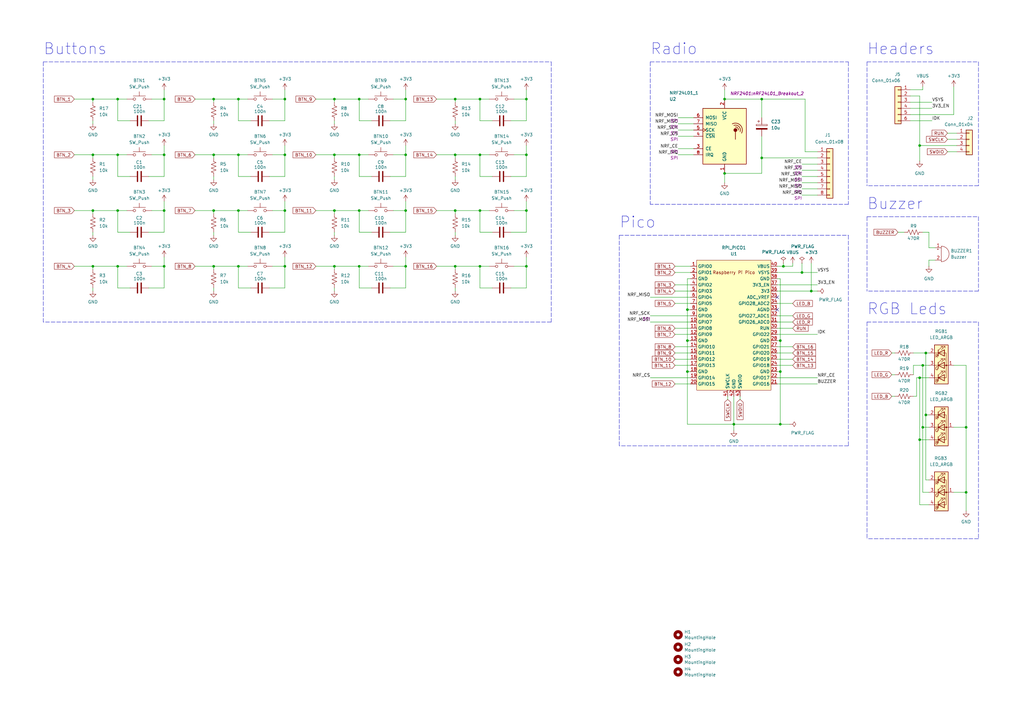
<source format=kicad_sch>
(kicad_sch (version 20231120) (generator "eeschema") (generator_version "8.0")
  (paper "A3")
  (title_block (title "RPi Pico Scoreboard Remote") (date "2024-09-18") (rev "1") (company "Smuggr"))
  (junction (at 312.42 64.77))
  (junction (at 116.84 109.22))
  (junction (at 378.46 149.86))
  (junction (at 67.31 86.36))
  (junction (at 320.04 152.4))
  (junction (at 38.1 86.36))
  (junction (at 379.73 170.18))
  (junction (at 320.04 139.7))
  (junction (at 48.26 63.5))
  (junction (at 320.04 173.99))
  (junction (at 48.26 109.22))
  (junction (at 116.84 63.5))
  (junction (at 137.16 63.5))
  (junction (at 328.93 111.76))
  (junction (at 379.73 144.78))
  (junction (at 196.85 40.64))
  (junction (at 186.69 63.5))
  (junction (at 166.37 86.36))
  (junction (at 38.1 109.22))
  (junction (at 137.16 109.22))
  (junction (at 67.31 63.5))
  (junction (at 377.19 59.69))
  (junction (at 215.9 86.36))
  (junction (at 378.46 175.26))
  (junction (at 116.84 40.64))
  (junction (at 38.1 40.64))
  (junction (at 396.24 201.93))
  (junction (at 97.79 40.64))
  (junction (at 377.19 154.94))
  (junction (at 166.37 63.5))
  (junction (at 215.9 109.22))
  (junction (at 377.19 180.34))
  (junction (at 166.37 109.22))
  (junction (at 87.63 109.22))
  (junction (at 67.31 109.22))
  (junction (at 87.63 86.36))
  (junction (at 147.32 63.5))
  (junction (at 215.9 63.5))
  (junction (at 332.74 119.38))
  (junction (at 147.32 86.36))
  (junction (at 215.9 40.64))
  (junction (at 166.37 40.64))
  (junction (at 396.24 175.26))
  (junction (at 281.94 139.7))
  (junction (at 97.79 86.36))
  (junction (at 87.63 40.64))
  (junction (at 281.94 127))
  (junction (at 137.16 86.36))
  (junction (at 186.69 86.36))
  (junction (at 97.79 109.22))
  (junction (at 297.18 40.64))
  (junction (at 48.26 86.36))
  (junction (at 87.63 63.5))
  (junction (at 196.85 109.22))
  (junction (at 147.32 109.22))
  (junction (at 38.1 63.5))
  (junction (at 186.69 109.22))
  (junction (at 321.31 109.22))
  (junction (at 281.94 152.4))
  (junction (at 116.84 86.36))
  (junction (at 300.99 173.99))
  (junction (at 48.26 40.64))
  (junction (at 297.18 71.12))
  (junction (at 137.16 40.64))
  (junction (at 196.85 86.36))
  (junction (at 67.31 40.64))
  (junction (at 147.32 40.64))
  (junction (at 196.85 63.5))
  (junction (at 97.79 63.5))
  (junction (at 312.42 40.64))
  (junction (at 186.69 40.64))
  (no_connect (at 318.77 121.92))
  (no_connect (at 318.77 127))
  (wire (pts (xy 328.93 67.31) (xy 335.28 67.31)))
  (wire (pts (xy 67.31 40.64) (xy 62.23 40.64)))
  (wire (pts (xy 160.02 72.39) (xy 166.37 72.39)))
  (wire (pts (xy 381 101.6) (xy 383.54 101.6)))
  (wire (pts (xy 67.31 82.55) (xy 67.31 86.36)))
  (wire (pts (xy 377.19 39.37) (xy 377.19 59.69)))
  (wire (pts (xy 377.19 180.34) (xy 377.19 154.94)))
  (wire (pts (xy 147.32 95.25) (xy 147.32 86.36)))
  (wire (pts (xy 129.54 63.5) (xy 137.16 63.5)))
  (wire (pts (xy 381 175.26) (xy 378.46 175.26)))
  (wire (pts (xy 116.84 82.55) (xy 116.84 86.36)))
  (wire (pts (xy 215.9 40.64) (xy 210.82 40.64)))
  (wire (pts (xy 160.02 49.53) (xy 166.37 49.53)))
  (wire (pts (xy 67.31 63.5) (xy 62.23 63.5)))
  (wire (pts (xy 80.01 86.36) (xy 87.63 86.36)))
  (wire (pts (xy 281.94 173.99) (xy 300.99 173.99)))
  (wire (pts (xy 87.63 40.64) (xy 97.79 40.64)))
  (wire (pts (xy 320.04 152.4) (xy 320.04 173.99)))
  (wire (pts (xy 318.77 144.78) (xy 325.12 144.78)))
  (wire (pts (xy 196.85 118.11) (xy 196.85 109.22)))
  (wire (pts (xy 365.76 153.67) (xy 367.03 153.67)))
  (wire (pts (xy 152.4 72.39) (xy 147.32 72.39)))
  (wire (pts (xy 48.26 40.64) (xy 52.07 40.64)))
  (polyline (pts (xy 347.98 96.52) (xy 347.98 182.88)) (stroke (width 0) (type dash)))
  (wire (pts (xy 179.07 109.22) (xy 186.69 109.22)))
  (wire (pts (xy 303.53 163.83) (xy 303.53 162.56)))
  (wire (pts (xy 38.1 95.25) (xy 38.1 96.52)))
  (wire (pts (xy 116.84 63.5) (xy 111.76 63.5)))
  (wire (pts (xy 373.38 44.45) (xy 382.27 44.45)))
  (wire (pts (xy 116.84 86.36) (xy 111.76 86.36)))
  (wire (pts (xy 97.79 86.36) (xy 101.6 86.36)))
  (wire (pts (xy 328.93 74.93) (xy 335.28 74.93)))
  (wire (pts (xy 137.16 64.77) (xy 137.16 63.5)))
  (wire (pts (xy 312.42 40.64) (xy 330.2 40.64)))
  (wire (pts (xy 330.2 62.23) (xy 335.28 62.23)))
  (wire (pts (xy 328.93 72.39) (xy 335.28 72.39)))
  (wire (pts (xy 201.93 72.39) (xy 196.85 72.39)))
  (wire (pts (xy 283.21 134.62) (xy 276.86 134.62)))
  (wire (pts (xy 278.13 63.5) (xy 284.48 63.5)))
  (wire (pts (xy 298.45 163.83) (xy 298.45 162.56)))
  (wire (pts (xy 53.34 72.39) (xy 48.26 72.39)))
  (wire (pts (xy 179.07 40.64) (xy 186.69 40.64)))
  (wire (pts (xy 137.16 49.53) (xy 137.16 50.8)))
  (wire (pts (xy 80.01 109.22) (xy 87.63 109.22)))
  (polyline (pts (xy 355.6 132.08) (xy 401.32 132.08)) (stroke (width 0) (type dash)))
  (wire (pts (xy 201.93 49.53) (xy 196.85 49.53)))
  (wire (pts (xy 102.87 118.11) (xy 97.79 118.11)))
  (wire (pts (xy 365.76 162.56) (xy 367.03 162.56)))
  (wire (pts (xy 328.93 80.01) (xy 335.28 80.01)))
  (wire (pts (xy 320.04 173.99) (xy 300.99 173.99)))
  (wire (pts (xy 87.63 41.91) (xy 87.63 40.64)))
  (wire (pts (xy 283.21 111.76) (xy 276.86 111.76)))
  (wire (pts (xy 97.79 109.22) (xy 101.6 109.22)))
  (wire (pts (xy 80.01 40.64) (xy 87.63 40.64)))
  (wire (pts (xy 281.94 114.3) (xy 281.94 127)))
  (wire (pts (xy 166.37 63.5) (xy 166.37 72.39)))
  (wire (pts (xy 87.63 64.77) (xy 87.63 63.5)))
  (wire (pts (xy 179.07 63.5) (xy 186.69 63.5)))
  (wire (pts (xy 179.07 86.36) (xy 186.69 86.36)))
  (wire (pts (xy 374.65 162.56) (xy 375.92 162.56)))
  (wire (pts (xy 283.21 137.16) (xy 276.86 137.16)))
  (wire (pts (xy 67.31 105.41) (xy 67.31 109.22)))
  (wire (pts (xy 281.94 152.4) (xy 283.21 152.4)))
  (wire (pts (xy 278.13 60.96) (xy 284.48 60.96)))
  (wire (pts (xy 110.49 118.11) (xy 116.84 118.11)))
  (wire (pts (xy 320.04 152.4) (xy 318.77 152.4)))
  (wire (pts (xy 281.94 139.7) (xy 283.21 139.7)))
  (wire (pts (xy 318.77 139.7) (xy 320.04 139.7)))
  (wire (pts (xy 332.74 119.38) (xy 318.77 119.38)))
  (wire (pts (xy 300.99 173.99) (xy 300.99 176.53)))
  (wire (pts (xy 152.4 95.25) (xy 147.32 95.25)))
  (wire (pts (xy 396.24 201.93) (xy 396.24 209.55)))
  (wire (pts (xy 97.79 95.25) (xy 97.79 86.36)))
  (wire (pts (xy 166.37 109.22) (xy 166.37 118.11)))
  (wire (pts (xy 38.1 118.11) (xy 38.1 119.38)))
  (wire (pts (xy 53.34 118.11) (xy 48.26 118.11)))
  (wire (pts (xy 320.04 173.99) (xy 323.85 173.99)))
  (wire (pts (xy 152.4 118.11) (xy 147.32 118.11)))
  (wire (pts (xy 297.18 71.12) (xy 312.42 71.12)))
  (wire (pts (xy 38.1 87.63) (xy 38.1 86.36)))
  (wire (pts (xy 60.96 72.39) (xy 67.31 72.39)))
  (wire (pts (xy 38.1 86.36) (xy 48.26 86.36)))
  (wire (pts (xy 147.32 63.5) (xy 151.13 63.5)))
  (wire (pts (xy 196.85 95.25) (xy 196.85 86.36)))
  (wire (pts (xy 396.24 201.93) (xy 391.16 201.93)))
  (wire (pts (xy 379.73 196.85) (xy 379.73 170.18)))
  (wire (pts (xy 186.69 72.39) (xy 186.69 73.66)))
  (wire (pts (xy 283.21 129.54) (xy 266.7 129.54)))
  (wire (pts (xy 129.54 40.64) (xy 137.16 40.64)))
  (polyline (pts (xy 17.78 25.4) (xy 226.06 25.4)) (stroke (width 0) (type dash)))
  (wire (pts (xy 137.16 118.11) (xy 137.16 119.38)))
  (wire (pts (xy 137.16 109.22) (xy 147.32 109.22)))
  (wire (pts (xy 325.12 109.22) (xy 325.12 107.95)))
  (wire (pts (xy 186.69 64.77) (xy 186.69 63.5)))
  (wire (pts (xy 186.69 41.91) (xy 186.69 40.64)))
  (wire (pts (xy 396.24 175.26) (xy 396.24 201.93)))
  (polyline (pts (xy 347.98 25.4) (xy 347.98 83.82)) (stroke (width 0) (type dash)))
  (polyline (pts (xy 226.06 132.08) (xy 17.78 132.08)) (stroke (width 0) (type dash)))
  (polyline (pts (xy 17.78 25.4) (xy 17.78 132.08)) (stroke (width 0) (type dash)))
  (wire (pts (xy 116.84 59.69) (xy 116.84 63.5)))
  (wire (pts (xy 186.69 63.5) (xy 196.85 63.5)))
  (wire (pts (xy 38.1 110.49) (xy 38.1 109.22)))
  (wire (pts (xy 368.3 95.25) (xy 370.84 95.25)))
  (wire (pts (xy 30.48 86.36) (xy 38.1 86.36)))
  (wire (pts (xy 374.65 149.86) (xy 378.46 149.86)))
  (wire (pts (xy 215.9 36.83) (xy 215.9 40.64)))
  (wire (pts (xy 186.69 86.36) (xy 196.85 86.36)))
  (wire (pts (xy 196.85 72.39) (xy 196.85 63.5)))
  (wire (pts (xy 87.63 86.36) (xy 97.79 86.36)))
  (wire (pts (xy 281.94 127) (xy 281.94 139.7)))
  (wire (pts (xy 67.31 63.5) (xy 67.31 72.39)))
  (wire (pts (xy 332.74 119.38) (xy 335.28 119.38)))
  (wire (pts (xy 318.77 157.48) (xy 335.28 157.48)))
  (wire (pts (xy 328.93 69.85) (xy 335.28 69.85)))
  (wire (pts (xy 377.19 59.69) (xy 392.43 59.69)))
  (wire (pts (xy 373.38 46.99) (xy 391.16 46.99)))
  (wire (pts (xy 278.13 55.88) (xy 284.48 55.88)))
  (wire (pts (xy 53.34 49.53) (xy 48.26 49.53)))
  (wire (pts (xy 388.62 54.61) (xy 392.43 54.61)))
  (wire (pts (xy 278.13 50.8) (xy 284.48 50.8)))
  (wire (pts (xy 300.99 162.56) (xy 300.99 173.99)))
  (wire (pts (xy 281.94 127) (xy 283.21 127)))
  (wire (pts (xy 166.37 40.64) (xy 166.37 49.53)))
  (wire (pts (xy 48.26 49.53) (xy 48.26 40.64)))
  (wire (pts (xy 318.77 137.16) (xy 335.28 137.16)))
  (wire (pts (xy 80.01 63.5) (xy 87.63 63.5)))
  (wire (pts (xy 137.16 87.63) (xy 137.16 86.36)))
  (wire (pts (xy 321.31 107.95) (xy 321.31 109.22)))
  (wire (pts (xy 67.31 40.64) (xy 67.31 49.53)))
  (wire (pts (xy 137.16 41.91) (xy 137.16 40.64)))
  (wire (pts (xy 97.79 49.53) (xy 97.79 40.64)))
  (wire (pts (xy 147.32 118.11) (xy 147.32 109.22)))
  (wire (pts (xy 318.77 116.84) (xy 335.28 116.84)))
  (wire (pts (xy 373.38 36.83) (xy 378.46 36.83)))
  (wire (pts (xy 278.13 53.34) (xy 284.48 53.34)))
  (wire (pts (xy 374.65 144.78) (xy 379.73 144.78)))
  (wire (pts (xy 137.16 86.36) (xy 147.32 86.36)))
  (wire (pts (xy 215.9 59.69) (xy 215.9 63.5)))
  (wire (pts (xy 110.49 49.53) (xy 116.84 49.53)))
  (wire (pts (xy 283.21 157.48) (xy 276.86 157.48)))
  (wire (pts (xy 186.69 95.25) (xy 186.69 96.52)))
  (wire (pts (xy 166.37 59.69) (xy 166.37 63.5)))
  (wire (pts (xy 318.77 132.08) (xy 325.12 132.08)))
  (polyline (pts (xy 347.98 83.82) (xy 266.7 83.82)) (stroke (width 0) (type dash)))
  (wire (pts (xy 116.84 40.64) (xy 111.76 40.64)))
  (wire (pts (xy 318.77 149.86) (xy 325.12 149.86)))
  (wire (pts (xy 378.46 201.93) (xy 378.46 175.26)))
  (wire (pts (xy 116.84 86.36) (xy 116.84 95.25)))
  (wire (pts (xy 379.73 144.78) (xy 381 144.78)))
  (wire (pts (xy 129.54 86.36) (xy 137.16 86.36)))
  (wire (pts (xy 116.84 36.83) (xy 116.84 40.64)))
  (wire (pts (xy 283.21 154.94) (xy 266.7 154.94)))
  (polyline (pts (xy 401.32 119.38) (xy 355.6 119.38)) (stroke (width 0) (type dash)))
  (wire (pts (xy 38.1 63.5) (xy 48.26 63.5)))
  (wire (pts (xy 283.21 147.32) (xy 276.86 147.32)))
  (wire (pts (xy 137.16 63.5) (xy 147.32 63.5)))
  (wire (pts (xy 87.63 63.5) (xy 97.79 63.5)))
  (wire (pts (xy 186.69 87.63) (xy 186.69 86.36)))
  (wire (pts (xy 196.85 109.22) (xy 200.66 109.22)))
  (wire (pts (xy 97.79 40.64) (xy 101.6 40.64)))
  (wire (pts (xy 186.69 110.49) (xy 186.69 109.22)))
  (wire (pts (xy 166.37 105.41) (xy 166.37 109.22)))
  (wire (pts (xy 166.37 63.5) (xy 161.29 63.5)))
  (wire (pts (xy 201.93 118.11) (xy 196.85 118.11)))
  (wire (pts (xy 116.84 105.41) (xy 116.84 109.22)))
  (polyline (pts (xy 401.32 88.9) (xy 401.32 119.38)) (stroke (width 0) (type dash)))
  (polyline (pts (xy 355.6 25.4) (xy 401.32 25.4)) (stroke (width 0) (type dash)))
  (wire (pts (xy 201.93 95.25) (xy 196.85 95.25)))
  (polyline (pts (xy 254 96.52) (xy 254 182.88)) (stroke (width 0) (type dash)))
  (wire (pts (xy 375.92 154.94) (xy 377.19 154.94)))
  (wire (pts (xy 320.04 114.3) (xy 318.77 114.3)))
  (wire (pts (xy 215.9 109.22) (xy 215.9 118.11)))
  (wire (pts (xy 196.85 40.64) (xy 200.66 40.64)))
  (wire (pts (xy 30.48 40.64) (xy 38.1 40.64)))
  (wire (pts (xy 215.9 86.36) (xy 210.82 86.36)))
  (polyline (pts (xy 355.6 88.9) (xy 355.6 119.38)) (stroke (width 0) (type dash)))
  (wire (pts (xy 166.37 86.36) (xy 166.37 95.25)))
  (wire (pts (xy 215.9 109.22) (xy 210.82 109.22)))
  (wire (pts (xy 215.9 105.41) (xy 215.9 109.22)))
  (wire (pts (xy 147.32 72.39) (xy 147.32 63.5)))
  (wire (pts (xy 278.13 48.26) (xy 284.48 48.26)))
  (wire (pts (xy 38.1 72.39) (xy 38.1 73.66)))
  (wire (pts (xy 87.63 95.25) (xy 87.63 96.52)))
  (wire (pts (xy 374.65 153.67) (xy 374.65 149.86)))
  (polyline (pts (xy 266.7 25.4) (xy 266.7 83.82)) (stroke (width 0) (type dash)))
  (wire (pts (xy 396.24 175.26) (xy 391.16 175.26)))
  (wire (pts (xy 283.21 121.92) (xy 266.7 121.92)))
  (wire (pts (xy 38.1 41.91) (xy 38.1 40.64)))
  (wire (pts (xy 53.34 95.25) (xy 48.26 95.25)))
  (polyline (pts (xy 254 96.52) (xy 347.98 96.52)) (stroke (width 0) (type dash)))
  (wire (pts (xy 137.16 40.64) (xy 147.32 40.64)))
  (wire (pts (xy 60.96 95.25) (xy 67.31 95.25)))
  (wire (pts (xy 381 170.18) (xy 379.73 170.18)))
  (polyline (pts (xy 226.06 25.4) (xy 226.06 132.08)) (stroke (width 0) (type dash)))
  (wire (pts (xy 48.26 86.36) (xy 52.07 86.36)))
  (wire (pts (xy 48.26 63.5) (xy 52.07 63.5)))
  (wire (pts (xy 67.31 36.83) (xy 67.31 40.64)))
  (wire (pts (xy 318.77 142.24) (xy 325.12 142.24)))
  (wire (pts (xy 215.9 40.64) (xy 215.9 49.53)))
  (wire (pts (xy 116.84 109.22) (xy 111.76 109.22)))
  (wire (pts (xy 215.9 63.5) (xy 210.82 63.5)))
  (wire (pts (xy 373.38 41.91) (xy 382.27 41.91)))
  (wire (pts (xy 67.31 109.22) (xy 67.31 118.11)))
  (wire (pts (xy 38.1 40.64) (xy 48.26 40.64)))
  (wire (pts (xy 186.69 49.53) (xy 186.69 50.8)))
  (wire (pts (xy 209.55 95.25) (xy 215.9 95.25)))
  (wire (pts (xy 377.19 59.69) (xy 377.19 66.04)))
  (wire (pts (xy 283.21 109.22) (xy 276.86 109.22)))
  (wire (pts (xy 388.62 57.15) (xy 392.43 57.15)))
  (wire (pts (xy 215.9 86.36) (xy 215.9 95.25)))
  (polyline (pts (xy 401.32 220.98) (xy 355.6 220.98)) (stroke (width 0) (type dash)))
  (wire (pts (xy 365.76 144.78) (xy 367.03 144.78)))
  (wire (pts (xy 373.38 39.37) (xy 377.19 39.37)))
  (wire (pts (xy 166.37 82.55) (xy 166.37 86.36)))
  (wire (pts (xy 281.94 152.4) (xy 281.94 139.7)))
  (wire (pts (xy 318.77 154.94) (xy 335.28 154.94)))
  (wire (pts (xy 318.77 109.22) (xy 321.31 109.22)))
  (wire (pts (xy 391.16 46.99) (xy 391.16 35.56)))
  (wire (pts (xy 48.26 118.11) (xy 48.26 109.22)))
  (wire (pts (xy 283.21 149.86) (xy 276.86 149.86)))
  (polyline (pts (xy 401.32 76.2) (xy 355.6 76.2)) (stroke (width 0) (type dash)))
  (wire (pts (xy 328.93 107.95) (xy 328.93 111.76)))
  (wire (pts (xy 160.02 118.11) (xy 166.37 118.11)))
  (wire (pts (xy 116.84 40.64) (xy 116.84 49.53)))
  (wire (pts (xy 377.19 154.94) (xy 381 154.94)))
  (wire (pts (xy 186.69 40.64) (xy 196.85 40.64)))
  (wire (pts (xy 381 196.85) (xy 379.73 196.85)))
  (wire (pts (xy 377.19 180.34) (xy 381 180.34)))
  (wire (pts (xy 147.32 40.64) (xy 151.13 40.64)))
  (wire (pts (xy 102.87 72.39) (xy 97.79 72.39)))
  (wire (pts (xy 215.9 82.55) (xy 215.9 86.36)))
  (wire (pts (xy 102.87 95.25) (xy 97.79 95.25)))
  (wire (pts (xy 60.96 118.11) (xy 67.31 118.11)))
  (wire (pts (xy 160.02 95.25) (xy 166.37 95.25)))
  (wire (pts (xy 48.26 72.39) (xy 48.26 63.5)))
  (wire (pts (xy 87.63 118.11) (xy 87.63 119.38)))
  (wire (pts (xy 147.32 86.36) (xy 151.13 86.36)))
  (polyline (pts (xy 355.6 88.9) (xy 401.32 88.9)) (stroke (width 0) (type dash)))
  (wire (pts (xy 67.31 86.36) (xy 67.31 95.25)))
  (polyline (pts (xy 347.98 182.88) (xy 254 182.88)) (stroke (width 0) (type dash)))
  (polyline (pts (xy 355.6 132.08) (xy 355.6 220.98)) (stroke (width 0) (type dash)))
  (wire (pts (xy 30.48 109.22) (xy 38.1 109.22)))
  (wire (pts (xy 116.84 63.5) (xy 116.84 72.39)))
  (wire (pts (xy 152.4 49.53) (xy 147.32 49.53)))
  (wire (pts (xy 196.85 63.5) (xy 200.66 63.5)))
  (wire (pts (xy 67.31 86.36) (xy 62.23 86.36)))
  (wire (pts (xy 166.37 86.36) (xy 161.29 86.36)))
  (wire (pts (xy 328.93 77.47) (xy 335.28 77.47)))
  (wire (pts (xy 209.55 72.39) (xy 215.9 72.39)))
  (wire (pts (xy 276.86 116.84) (xy 283.21 116.84)))
  (polyline (pts (xy 401.32 25.4) (xy 401.32 76.2)) (stroke (width 0) (type dash)))
  (wire (pts (xy 283.21 132.08) (xy 266.7 132.08)))
  (wire (pts (xy 137.16 72.39) (xy 137.16 73.66)))
  (wire (pts (xy 381 101.6) (xy 381 95.25)))
  (polyline (pts (xy 401.32 132.08) (xy 401.32 220.98)) (stroke (width 0) (type dash)))
  (wire (pts (xy 330.2 40.64) (xy 330.2 62.23)))
  (wire (pts (xy 102.87 49.53) (xy 97.79 49.53)))
  (wire (pts (xy 281.94 114.3) (xy 283.21 114.3)))
  (wire (pts (xy 381 207.01) (xy 377.19 207.01)))
  (wire (pts (xy 312.42 64.77) (xy 312.42 55.88)))
  (wire (pts (xy 297.18 40.64) (xy 312.42 40.64)))
  (wire (pts (xy 381 201.93) (xy 378.46 201.93)))
  (polyline (pts (xy 266.7 25.4) (xy 347.98 25.4)) (stroke (width 0) (type dash)))
  (wire (pts (xy 396.24 149.86) (xy 396.24 175.26)))
  (wire (pts (xy 97.79 118.11) (xy 97.79 109.22)))
  (wire (pts (xy 87.63 49.53) (xy 87.63 50.8)))
  (wire (pts (xy 186.69 109.22) (xy 196.85 109.22)))
  (wire (pts (xy 276.86 119.38) (xy 283.21 119.38)))
  (wire (pts (xy 110.49 72.39) (xy 116.84 72.39)))
  (wire (pts (xy 48.26 95.25) (xy 48.26 86.36)))
  (wire (pts (xy 215.9 63.5) (xy 215.9 72.39)))
  (wire (pts (xy 312.42 64.77) (xy 335.28 64.77)))
  (wire (pts (xy 283.21 142.24) (xy 276.86 142.24)))
  (wire (pts (xy 332.74 107.95) (xy 332.74 119.38)))
  (wire (pts (xy 318.77 129.54) (xy 325.12 129.54)))
  (wire (pts (xy 87.63 72.39) (xy 87.63 73.66)))
  (wire (pts (xy 166.37 109.22) (xy 161.29 109.22)))
  (wire (pts (xy 87.63 87.63) (xy 87.63 86.36)))
  (wire (pts (xy 320.04 114.3) (xy 320.04 139.7)))
  (wire (pts (xy 48.26 109.22) (xy 52.07 109.22)))
  (wire (pts (xy 97.79 72.39) (xy 97.79 63.5)))
  (wire (pts (xy 60.96 49.53) (xy 67.31 49.53)))
  (wire (pts (xy 209.55 118.11) (xy 215.9 118.11)))
  (wire (pts (xy 297.18 36.83) (xy 297.18 40.64)))
  (wire (pts (xy 116.84 109.22) (xy 116.84 118.11)))
  (wire (pts (xy 67.31 109.22) (xy 62.23 109.22)))
  (wire (pts (xy 196.85 49.53) (xy 196.85 40.64)))
  (wire (pts (xy 388.62 62.23) (xy 392.43 62.23)))
  (wire (pts (xy 396.24 149.86) (xy 391.16 149.86)))
  (wire (pts (xy 377.19 207.01) (xy 377.19 180.34)))
  (wire (pts (xy 381 95.25) (xy 378.46 95.25)))
  (polyline (pts (xy 355.6 25.4) (xy 355.6 76.2)) (stroke (width 0) (type dash)))
  (wire (pts (xy 312.42 40.64) (xy 312.42 48.26)))
  (wire (pts (xy 166.37 36.83) (xy 166.37 40.64)))
  (wire (pts (xy 379.73 170.18) (xy 379.73 144.78)))
  (wire (pts (xy 186.69 118.11) (xy 186.69 119.38)))
  (wire (pts (xy 378.46 35.56) (xy 378.46 36.83)))
  (wire (pts (xy 196.85 86.36) (xy 200.66 86.36)))
  (wire (pts (xy 283.21 144.78) (xy 276.86 144.78)))
  (wire (pts (xy 87.63 109.22) (xy 97.79 109.22)))
  (wire (pts (xy 373.38 49.53) (xy 382.27 49.53)))
  (wire (pts (xy 297.18 71.12) (xy 297.18 74.93)))
  (wire (pts (xy 318.77 147.32) (xy 325.12 147.32)))
  (wire (pts (xy 147.32 49.53) (xy 147.32 40.64)))
  (wire (pts (xy 38.1 64.77) (xy 38.1 63.5)))
  (wire (pts (xy 147.32 109.22) (xy 151.13 109.22)))
  (wire (pts (xy 87.63 110.49) (xy 87.63 109.22)))
  (wire (pts (xy 209.55 49.53) (xy 215.9 49.53)))
  (wire (pts (xy 383.54 106.68) (xy 381 106.68)))
  (wire (pts (xy 30.48 63.5) (xy 38.1 63.5)))
  (wire (pts (xy 318.77 111.76) (xy 328.93 111.76)))
  (wire (pts (xy 281.94 152.4) (xy 281.94 173.99)))
  (wire (pts (xy 318.77 124.46) (xy 325.12 124.46)))
  (wire (pts (xy 320.04 139.7) (xy 320.04 152.4)))
  (wire (pts (xy 375.92 162.56) (xy 375.92 154.94)))
  (wire (pts (xy 97.79 63.5) (xy 101.6 63.5)))
  (wire (pts (xy 381 106.68) (xy 381 109.22)))
  (wire (pts (xy 137.16 95.25) (xy 137.16 96.52)))
  (wire (pts (xy 137.16 110.49) (xy 137.16 109.22)))
  (wire (pts (xy 38.1 109.22) (xy 48.26 109.22)))
  (wire (pts (xy 312.42 71.12) (xy 312.42 64.77)))
  (wire (pts (xy 378.46 175.26) (xy 378.46 149.86)))
  (wire (pts (xy 110.49 95.25) (xy 116.84 95.25)))
  (wire (pts (xy 321.31 109.22) (xy 325.12 109.22)))
  (wire (pts (xy 318.77 134.62) (xy 325.12 134.62)))
  (wire (pts (xy 129.54 109.22) (xy 137.16 109.22)))
  (wire (pts (xy 283.21 124.46) (xy 276.86 124.46)))
  (wire (pts (xy 38.1 49.53) (xy 38.1 50.8)))
  (wire (pts (xy 67.31 59.69) (xy 67.31 63.5)))
  (wire (pts (xy 328.93 111.76) (xy 335.28 111.76)))
  (wire (pts (xy 378.46 149.86) (xy 381 149.86)))
  (wire (pts (xy 166.37 40.64) (xy 161.29 40.64)))
  (text "Buzzer" (at 355.6 86.36 0) (effects (font (size 4.572 4.572)) (justify left bottom)))
  (text "Radio" (at 266.7 22.86 0) (effects (font (size 4.572 4.572)) (justify left bottom)))
  (text "Buttons" (at 17.78 22.86 0) (effects (font (size 4.572 4.572)) (justify left bottom)))
  (text "Pico" (at 254 93.98 0) (effects (font (size 4.572 4.572)) (justify left bottom)))
  (text "Headers" (at 355.6 22.86 0) (effects (font (size 4.572 4.572)) (justify left bottom)))
  (text "RGB Leds" (at 355.6 129.54 0) (effects (font (size 4.572 4.572)) (justify left bottom)))
  (label "NRF_CE" (at 328.93 67.31 180) (property "Netclass" "SPI" (at 328.93 68.58 0) (effects (font (italic yes)) (justify right))))
  (label "NRF_CS" (at 328.93 69.85 180) (property "Netclass" "SPI" (at 328.93 71.12 0) (effects (font (italic yes)) (justify right))))
  (label "NRF_MOSI" (at 328.93 74.93 180) (property "Netclass" "SPI" (at 328.93 76.2 0) (effects (font (italic yes)) (justify right))))
  (label "VSYS" (at 335.28 111.76 0) (property "Netclass" "+3V3" (effects (hide yes))))
  (label "3V3_EN" (at 335.28 116.84 0) (property "Netclass" "+3V3" (effects (hide yes))))
  (label "3V3_EN" (at 382.27 44.45 0))
  (label "NRF_SCK" (at 328.93 72.39 180) (property "Netclass" "SPI" (at 328.93 73.66 0) (effects (font (italic yes)) (justify right))))
  (label "NRF_MISO" (at 266.7 121.92 180) (property "Netclass" "SPI" (effects (hide yes))))
  (label "NRF_CE" (at 278.13 60.96 180) (property "Netclass" "SPI" (at 278.13 62.23 0) (effects (font (italic yes)) (justify right))))
  (label "NRF_CS" (at 278.13 55.88 180) (property "Netclass" "SPI" (at 278.13 57.15 0) (effects (font (italic yes)) (justify right))))
  (label "IDK" (at 335.28 137.16 0) (property "Netclass" "PERIPH" (effects (hide yes))))
  (label "NRF_CE" (at 335.28 154.94 0) (property "Netclass" "SPI" (effects (hide yes))))
  (label "NRF_MOSI" (at 278.13 48.26 180) (property "Netclass" "SPI" (at 278.13 49.53 0) (effects (font (italic yes)) (justify right))))
  (label "BUZZER" (at 335.28 157.48 0) (property "Netclass" "PERIPH" (effects (hide yes))))
  (label "NRF_MISO" (at 328.93 77.47 180) (property "Netclass" "SPI" (at 328.93 78.74 0) (effects (font (italic yes)) (justify right))))
  (label "IDK" (at 382.27 49.53 0) (property "Netclass" "PERIPH" (effects (hide yes))))
  (label "NRF_IRQ" (at 328.93 80.01 180) (property "Netclass" "SPI" (at 328.93 81.28 0) (effects (font (italic yes)) (justify right))))
  (label "NRF_MISO" (at 278.13 50.8 180) (property "Netclass" "SPI" (at 278.13 52.07 0) (effects (font (italic yes)) (justify right))))
  (label "NRF_SCK" (at 266.7 129.54 180) (property "Netclass" "SPI" (at 266.7 130.81 0) (effects (font (italic yes)) (justify right))))
  (label "NRF_IRQ" (at 278.13 63.5 180) (property "Netclass" "SPI" (at 278.13 64.77 0) (effects (font (italic yes)) (justify right))))
  (label "VSYS" (at 382.27 41.91 0))
  (label "NRF_MOSI" (at 266.7 132.08 180) (property "Netclass" "SPI" (effects (hide yes))))
  (label "NRF_CS" (at 266.7 154.94 180) (property "Netclass" "SPI" (effects (hide yes))))
  (label "NRF_SCK" (at 278.13 53.34 180) (property "Netclass" "SPI" (at 278.13 54.61 0) (effects (font (italic yes)) (justify right))))
  (global_label "BTN_3" (shape input) (at 30.48 86.36 180) (property "Intersheetrefs" "${INTERSHEET_REFS}" (effects (hide yes))))
  (global_label "SWCLK" (shape input) (at 388.62 57.15 180) (property "Intersheetrefs" "${INTERSHEET_REFS}" (effects (hide yes))))
  (global_label "BTN_15" (shape input) (at 325.12 144.78 0) (property "Intersheetrefs" "${INTERSHEET_REFS}" (effects (hide yes))) (property "Netclass" "BTN" (effects (hide yes))))
  (global_label "BTN_7" (shape input) (at 276.86 137.16 180) (property "Intersheetrefs" "${INTERSHEET_REFS}" (effects (hide yes))) (property "Netclass" "BTN" (effects (hide yes))))
  (global_label "BTN_11" (shape input) (at 276.86 149.86 180) (property "Intersheetrefs" "${INTERSHEET_REFS}" (effects (hide yes))) (property "Netclass" "BTN" (effects (hide yes))))
  (global_label "BTN_7" (shape input) (at 80.01 86.36 180) (property "Intersheetrefs" "${INTERSHEET_REFS}" (effects (hide yes))))
  (global_label "BTN_13" (shape input) (at 179.07 40.64 180) (property "Intersheetrefs" "${INTERSHEET_REFS}" (effects (hide yes))))
  (global_label "BTN_4" (shape input) (at 276.86 119.38 180) (property "Intersheetrefs" "${INTERSHEET_REFS}" (effects (hide yes))) (property "Netclass" "BTN" (effects (hide yes))))
  (global_label "BTN_6" (shape input) (at 276.86 134.62 180) (property "Intersheetrefs" "${INTERSHEET_REFS}" (effects (hide yes))) (property "Netclass" "BTN" (effects (hide yes))))
  (global_label "BTN_9" (shape input) (at 129.54 40.64 180) (property "Intersheetrefs" "${INTERSHEET_REFS}" (effects (hide yes))))
  (global_label "BTN_16" (shape input) (at 179.07 109.22 180) (property "Intersheetrefs" "${INTERSHEET_REFS}" (effects (hide yes))))
  (global_label "BTN_2" (shape input) (at 276.86 111.76 180) (property "Intersheetrefs" "${INTERSHEET_REFS}" (effects (hide yes))) (property "Netclass" "BTN" (effects (hide yes))))
  (global_label "BTN_6" (shape input) (at 80.01 63.5 180) (property "Intersheetrefs" "${INTERSHEET_REFS}" (effects (hide yes))))
  (global_label "BTN_14" (shape input) (at 325.12 147.32 0) (property "Intersheetrefs" "${INTERSHEET_REFS}" (effects (hide yes))) (property "Netclass" "BTN" (effects (hide yes))))
  (global_label "LED_B" (shape input) (at 325.12 124.46 0) (property "Intersheetrefs" "${INTERSHEET_REFS}" (effects (hide yes))) (property "Netclass" "PERIPH" (effects (hide yes))))
  (global_label "BTN_14" (shape input) (at 179.07 63.5 180) (property "Intersheetrefs" "${INTERSHEET_REFS}" (effects (hide yes))))
  (global_label "BTN_1" (shape input) (at 30.48 40.64 180) (property "Intersheetrefs" "${INTERSHEET_REFS}" (effects (hide yes))) (property "Netclass" "BTN" (effects (hide yes))))
  (global_label "BTN_15" (shape input) (at 179.07 86.36 180) (property "Intersheetrefs" "${INTERSHEET_REFS}" (effects (hide yes))))
  (global_label "BTN_13" (shape input) (at 325.12 149.86 0) (property "Intersheetrefs" "${INTERSHEET_REFS}" (effects (hide yes))) (property "Netclass" "BTN" (effects (hide yes))))
  (global_label "BTN_10" (shape input) (at 276.86 147.32 180) (property "Intersheetrefs" "${INTERSHEET_REFS}" (effects (hide yes))) (property "Netclass" "BTN" (effects (hide yes))))
  (global_label "BTN_9" (shape input) (at 276.86 144.78 180) (property "Intersheetrefs" "${INTERSHEET_REFS}" (effects (hide yes))) (property "Netclass" "BTN" (effects (hide yes))))
  (global_label "BTN_1" (shape input) (at 276.86 109.22 180) (property "Intersheetrefs" "${INTERSHEET_REFS}" (effects (hide yes))) (property "Netclass" "BTN" (effects (hide yes))))
  (global_label "LED_R" (shape input) (at 365.76 144.78 180) (property "Intersheetrefs" "${INTERSHEET_REFS}" (effects (hide yes))) (property "Netclass" "PERIPH" (effects (hide yes))))
  (global_label "LED_G" (shape input) (at 365.76 153.67 180) (property "Intersheetrefs" "${INTERSHEET_REFS}" (effects (hide yes))) (property "Netclass" "PERIPH" (effects (hide yes))))
  (global_label "BTN_12" (shape input) (at 129.54 109.22 180) (property "Intersheetrefs" "${INTERSHEET_REFS}" (effects (hide yes))))
  (global_label "RUN" (shape input) (at 325.12 134.62 0) (property "Intersheetrefs" "${INTERSHEET_REFS}" (effects (hide yes))))
  (global_label "SWDIO" (shape input) (at 303.53 163.83 270) (property "Intersheetrefs" "${INTERSHEET_REFS}" (effects (hide yes))))
  (global_label "BTN_2" (shape input) (at 30.48 63.5 180) (property "Intersheetrefs" "${INTERSHEET_REFS}" (effects (hide yes))))
  (global_label "BTN_8" (shape input) (at 80.01 109.22 180) (property "Intersheetrefs" "${INTERSHEET_REFS}" (effects (hide yes))))
  (global_label "BTN_10" (shape input) (at 129.54 63.5 180) (property "Intersheetrefs" "${INTERSHEET_REFS}" (effects (hide yes))))
  (global_label "LED_R" (shape input) (at 325.12 132.08 0) (property "Intersheetrefs" "${INTERSHEET_REFS}" (effects (hide yes))) (property "Netclass" "PERIPH" (effects (hide yes))))
  (global_label "BTN_4" (shape input) (at 30.48 109.22 180) (property "Intersheetrefs" "${INTERSHEET_REFS}" (effects (hide yes))))
  (global_label "BTN_5" (shape input) (at 276.86 124.46 180) (property "Intersheetrefs" "${INTERSHEET_REFS}" (effects (hide yes))) (property "Netclass" "BTN" (effects (hide yes))))
  (global_label "BTN_12" (shape input) (at 276.86 157.48 180) (property "Intersheetrefs" "${INTERSHEET_REFS}" (effects (hide yes))) (property "Netclass" "BTN" (effects (hide yes))))
  (global_label "SWCLK" (shape input) (at 298.45 163.83 270) (property "Intersheetrefs" "${INTERSHEET_REFS}" (effects (hide yes))))
  (global_label "BUZZER" (shape input) (at 368.3 95.25 180) (property "Intersheetrefs" "${INTERSHEET_REFS}" (effects (hide yes))) (property "Netclass" "PERIPH" (effects (hide yes))))
  (global_label "BTN_3" (shape input) (at 276.86 116.84 180) (property "Intersheetrefs" "${INTERSHEET_REFS}" (effects (hide yes))) (property "Netclass" "BTN" (effects (hide yes))))
  (global_label "BTN_8" (shape input) (at 276.86 142.24 180) (property "Intersheetrefs" "${INTERSHEET_REFS}" (effects (hide yes))) (property "Netclass" "BTN" (effects (hide yes))))
  (global_label "BTN_16" (shape input) (at 325.12 142.24 0) (property "Intersheetrefs" "${INTERSHEET_REFS}" (effects (hide yes))) (property "Netclass" "BTN" (effects (hide yes))))
  (global_label "BTN_11" (shape input) (at 129.54 86.36 180) (property "Intersheetrefs" "${INTERSHEET_REFS}" (effects (hide yes))))
  (global_label "LED_B" (shape input) (at 365.76 162.56 180) (property "Intersheetrefs" "${INTERSHEET_REFS}" (effects (hide yes))) (property "Netclass" "PERIPH" (effects (hide yes))))
  (global_label "BTN_5" (shape input) (at 80.01 40.64 180) (property "Intersheetrefs" "${INTERSHEET_REFS}" (effects (hide yes))))
  (global_label "SWDIO" (shape input) (at 388.62 62.23 180) (property "Intersheetrefs" "${INTERSHEET_REFS}" (effects (hide yes))))
  (global_label "RUN" (shape input) (at 388.62 54.61 180) (property "Intersheetrefs" "${INTERSHEET_REFS}" (effects (hide yes))))
  (global_label "LED_G" (shape input) (at 325.12 129.54 0) (property "Intersheetrefs" "${INTERSHEET_REFS}" (effects (hide yes))) (property "Netclass" "PERIPH" (effects (hide yes))))
  (symbol (lib_id "Mechanical:MountingHole") (at 278.13 260.35 0) (unit 1)
    (property "Reference" "H1" (at 280.67 259.1816 0) (effects (justify left)))
    (property "Value" "MountingHole" (at 280.67 261.493 0) (effects (justify left)))
    (property "Footprint" "MountingHole:MountingHole_2.7mm_Pad_TopBottom" (effects (hide yes)))
  )
  (symbol (lib_id "Mechanical:MountingHole") (at 278.13 265.43 0) (unit 1)
    (property "Reference" "H2" (at 280.67 264.2616 0) (effects (justify left)))
    (property "Value" "MountingHole" (at 280.67 266.573 0) (effects (justify left)))
    (property "Footprint" "MountingHole:MountingHole_2.7mm_Pad_TopBottom" (effects (hide yes)))
  )
  (symbol (lib_id "Mechanical:MountingHole") (at 278.13 270.51 0) (unit 1)
    (property "Reference" "H3" (at 280.67 269.3416 0) (effects (justify left)))
    (property "Value" "MountingHole" (at 280.67 271.653 0) (effects (justify left)))
    (property "Footprint" "MountingHole:MountingHole_2.7mm_Pad_TopBottom" (effects (hide yes)))
  )
  (symbol (lib_id "Mechanical:MountingHole") (at 278.13 275.59 0) (unit 1)
    (property "Reference" "H4" (at 280.67 274.4216 0) (effects (justify left)))
    (property "Value" "MountingHole" (at 280.67 276.733 0) (effects (justify left)))
    (property "Footprint" "MountingHole:MountingHole_2.7mm_Pad_TopBottom" (effects (hide yes)))
  )
  (symbol (lib_id "Device:R_US") (at 370.84 153.67 90) (unit 1)
    (property "Reference" "R19" (at 370.84 151.13 90))
    (property "Value" "470R" (at 370.84 156.21 90))
    (property "Footprint" "Resistor_SMD:R_0402_1005Metric" (effects (hide yes)))
  )
  (symbol (lib_id "Device:R_US") (at 137.16 68.58 0) (unit 1)
    (property "Reference" "R10" (at 139.7 67.3099 0) (effects (justify left)))
    (property "Value" "10k" (at 139.7 69.8499 0) (effects (justify left)))
    (property "Footprint" "Resistor_SMD:R_0603_1608Metric" (effects (hide yes)))
  )
  (symbol (lib_id "power:+3V3") (at 166.37 105.41 0) (unit 1)
    (property "Reference" "#PWR025" (effects (hide yes)))
    (property "Value" "+3V3" (at 166.37 100.965 0))
  )
  (symbol (lib_id "Switch:SW_Push") (at 156.21 109.22 0) (unit 1)
    (property "Reference" "BTN12" (at 156.21 101.6 0))
    (property "Value" "SW_Push" (at 156.21 104.14 0))
    (property "Footprint" "Button_Switch_SMD:SW_Push_1P1T_NO_6x6mm_H9.5mm" (effects (hide yes)))
    (property "Description" "Push button switch, generic, two pins" (effects (hide yes)))
  )
  (symbol (lib_id "power:GND") (at 137.16 96.52 0) (unit 1)
    (property "Reference" "#PWR019" (effects (hide yes)))
    (property "Value" "GND" (at 137.16 100.965 0))
  )
  (symbol (lib_id "Device:C") (at 57.15 49.53 90) (unit 1)
    (property "Reference" "C21" (at 58.42 43.688 90) (effects (justify left)))
    (property "Value" "100n" (at 59.69 45.72 90) (effects (justify left)))
    (property "Footprint" "Capacitor_SMD:C_0201_0603Metric" (effects (hide yes)))
  )
  (symbol (lib_id "power:+3V3") (at 67.31 59.69 0) (unit 1)
    (property "Reference" "#PWR04" (effects (hide yes)))
    (property "Value" "+3V3" (at 67.31 55.245 0))
  )
  (symbol (lib_id "power:GND") (at 186.69 119.38 0) (unit 1)
    (property "Reference" "#PWR033" (effects (hide yes)))
    (property "Value" "GND" (at 186.69 123.825 0))
  )
  (symbol (lib_id "Device:R_US") (at 137.16 45.72 0) (unit 1)
    (property "Reference" "R8" (at 139.7 44.4499 0) (effects (justify left)))
    (property "Value" "10k" (at 139.7 46.9899 0) (effects (justify left)))
    (property "Footprint" "Resistor_SMD:R_0603_1608Metric" (effects (hide yes)))
  )
  (symbol (lib_id "Switch:SW_Push") (at 106.68 40.64 0) (unit 1)
    (property "Reference" "BTN5" (at 106.68 33.02 0))
    (property "Value" "SW_Push" (at 106.68 35.56 0))
    (property "Footprint" "Button_Switch_SMD:SW_Push_1P1T_NO_6x6mm_H9.5mm" (effects (hide yes)))
    (property "Description" "Push button switch, generic, two pins" (effects (hide yes)))
  )
  (symbol (lib_id "Device:R_US") (at 87.63 68.58 0) (unit 1)
    (property "Reference" "R5" (at 90.17 67.3099 0) (effects (justify left)))
    (property "Value" "10k" (at 90.17 69.8499 0) (effects (justify left)))
    (property "Footprint" "Resistor_SMD:R_0603_1608Metric" (effects (hide yes)))
  )
  (symbol (lib_id "power:GND") (at 137.16 119.38 0) (unit 1)
    (property "Reference" "#PWR020" (effects (hide yes)))
    (property "Value" "GND" (at 137.16 123.825 0))
  )
  (symbol (lib_id "Switch:SW_Push") (at 106.68 63.5 0) (unit 1)
    (property "Reference" "BTN6" (at 106.68 55.88 0))
    (property "Value" "SW_Push" (at 106.68 58.42 0))
    (property "Footprint" "Button_Switch_SMD:SW_Push_1P1T_NO_6x6mm_H9.5mm" (effects (hide yes)))
    (property "Description" "Push button switch, generic, two pins" (effects (hide yes)))
  )
  (symbol (lib_id "Switch:SW_Push") (at 57.15 63.5 0) (unit 1)
    (property "Reference" "BTN2" (at 57.15 55.88 0))
    (property "Value" "SW_Push" (at 57.15 58.42 0))
    (property "Footprint" "Button_Switch_SMD:SW_Push_1P1T_NO_6x6mm_H9.5mm" (effects (hide yes)))
    (property "Description" "Push button switch, generic, two pins" (effects (hide yes)))
  )
  (symbol (lib_id "Connector_Generic:Conn_01x06") (at 368.3 41.91 0) (mirror y) (unit 1)
    (property "Reference" "J5" (at 369.316 30.48 0) (effects (justify left)))
    (property "Value" "Conn_01x06" (at 369.316 33.02 0) (effects (justify left)))
    (property "Footprint" "Connector_PinHeader_2.54mm:PinHeader_1x06_P2.54mm_Vertical" (effects (hide yes)))
    (property "Description" "Generic connector, single row, 01x06, script generated (kicad-library-utils/schlib/autogen/connector/)" (effects (hide yes)))
  )
  (symbol (lib_id "power:GND") (at 87.63 50.8 0) (unit 1)
    (property "Reference" "#PWR09" (effects (hide yes)))
    (property "Value" "GND" (at 87.63 55.245 0))
  )
  (symbol (lib_id "Device:LED_ARGB") (at 386.08 149.86 0) (unit 1)
    (property "Reference" "RGB1" (at 386.08 135.89 0))
    (property "Value" "LED_ARGB" (at 386.08 138.43 0))
    (property "Footprint" "LED_SMD:LED_RGB_5050-6" (effects (hide yes)))
    (property "Description" "RGB LED, anode/red/green/blue" (effects (hide yes)))
  )
  (symbol (lib_id "Switch:SW_Push") (at 57.15 86.36 0) (unit 1)
    (property "Reference" "BTN3" (at 57.15 78.74 0))
    (property "Value" "SW_Push" (at 57.15 81.28 0))
    (property "Footprint" "Button_Switch_SMD:SW_Push_1P1T_NO_6x6mm_H9.5mm" (effects (hide yes)))
    (property "Description" "Push button switch, generic, two pins" (effects (hide yes)))
  )
  (symbol (lib_id "power:+3V3") (at 116.84 105.41 0) (unit 1)
    (property "Reference" "#PWR016" (effects (hide yes)))
    (property "Value" "+3V3" (at 116.84 100.965 0))
  )
  (symbol (lib_id "power:VBUS") (at 325.12 107.95 0) (unit 1)
    (property "Reference" "#PWR039" (effects (hide yes)))
    (property "Value" "VBUS" (at 325.12 103.505 0))
  )
  (symbol (lib_id "Device:C") (at 156.21 118.11 90) (unit 1)
    (property "Reference" "C11" (at 157.48 112.268 90) (effects (justify left)))
    (property "Value" "100n" (at 158.75 114.3 90) (effects (justify left)))
    (property "Footprint" "Capacitor_SMD:C_0201_0603Metric" (effects (hide yes)))
  )
  (symbol (lib_id "Connector_Generic:Conn_01x04") (at 397.51 57.15 0) (unit 1)
    (property "Reference" "J2" (at 396.748 48.514 0) (effects (justify left)))
    (property "Value" "Conn_01x04" (at 387.35 51.054 0) (effects (justify left)))
    (property "Footprint" "Connector_PinHeader_2.54mm:PinHeader_1x04_P2.54mm_Vertical" (effects (hide yes)))
    (property "Description" "Generic connector, single row, 01x04, script generated (kicad-library-utils/schlib/autogen/connector/)" (effects (hide yes)))
  )
  (symbol (lib_id "Switch:SW_Push") (at 156.21 40.64 0) (unit 1)
    (property "Reference" "BTN9" (at 156.21 33.02 0))
    (property "Value" "SW_Push" (at 156.21 35.56 0))
    (property "Footprint" "Button_Switch_SMD:SW_Push_1P1T_NO_6x6mm_H9.5mm" (effects (hide yes)))
    (property "Description" "Push button switch, generic, two pins" (effects (hide yes)))
  )
  (symbol (lib_id "Device:C") (at 205.74 49.53 90) (unit 1)
    (property "Reference" "C12" (at 207.01 43.688 90) (effects (justify left)))
    (property "Value" "100n" (at 208.28 45.72 90) (effects (justify left)))
    (property "Footprint" "Capacitor_SMD:C_0201_0603Metric" (effects (hide yes)))
  )
  (symbol (lib_id "Device:R_US") (at 38.1 114.3 0) (unit 1)
    (property "Reference" "R3" (at 40.64 113.0299 0) (effects (justify left)))
    (property "Value" "10k" (at 40.64 115.5699 0) (effects (justify left)))
    (property "Footprint" "Resistor_SMD:R_0603_1608Metric" (effects (hide yes)))
  )
  (symbol (lib_id "power:+3V3") (at 67.31 82.55 0) (unit 1)
    (property "Reference" "#PWR07" (effects (hide yes)))
    (property "Value" "+3V3" (at 67.31 78.105 0))
  )
  (symbol (lib_id "Device:C") (at 205.74 95.25 90) (unit 1)
    (property "Reference" "C14" (at 207.01 89.408 90) (effects (justify left)))
    (property "Value" "100n" (at 208.28 91.44 90) (effects (justify left)))
    (property "Footprint" "Capacitor_SMD:C_0201_0603Metric" (effects (hide yes)))
  )
  (symbol (lib_id "Switch:SW_Push") (at 156.21 86.36 0) (unit 1)
    (property "Reference" "BTN11" (at 156.21 78.74 0))
    (property "Value" "SW_Push" (at 156.21 81.28 0))
    (property "Footprint" "Button_Switch_SMD:SW_Push_1P1T_NO_6x6mm_H9.5mm" (effects (hide yes)))
    (property "Description" "Push button switch, generic, two pins" (effects (hide yes)))
  )
  (symbol (lib_id "power:+3V3") (at 215.9 36.83 0) (unit 1)
    (property "Reference" "#PWR035" (effects (hide yes)))
    (property "Value" "+3V3" (at 215.9 32.385 0))
  )
  (symbol (lib_id "Device:R_US") (at 38.1 91.44 0) (unit 1)
    (property "Reference" "R2" (at 40.64 90.1699 0) (effects (justify left)))
    (property "Value" "10k" (at 40.64 92.7099 0) (effects (justify left)))
    (property "Footprint" "Resistor_SMD:R_0603_1608Metric" (effects (hide yes)))
  )
  (symbol (lib_id "Device:R_US") (at 38.1 68.58 0) (unit 1)
    (property "Reference" "R1" (at 40.64 67.3099 0) (effects (justify left)))
    (property "Value" "10k" (at 40.64 69.8499 0) (effects (justify left)))
    (property "Footprint" "Resistor_SMD:R_0603_1608Metric" (effects (hide yes)))
  )
  (symbol (lib_id "power:+3V3") (at 67.31 36.83 0) (unit 1)
    (property "Reference" "#PWR041" (effects (hide yes)))
    (property "Value" "+3V3" (at 67.31 32.385 0))
  )
  (symbol (lib_id "Device:C") (at 106.68 49.53 90) (unit 1)
    (property "Reference" "C4" (at 107.95 43.688 90) (effects (justify left)))
    (property "Value" "100n" (at 109.22 45.72 90) (effects (justify left)))
    (property "Footprint" "Capacitor_SMD:C_0201_0603Metric" (effects (hide yes)))
  )
  (symbol (lib_id "power:PWR_FLAG") (at 321.31 107.95 0) (unit 1)
    (property "Reference" "#FLG02" (effects (hide yes)))
    (property "Value" "PWR_FLAG" (at 312.42 103.378 0) (effects (justify left)))
    (property "Description" "Special symbol for telling ERC where power comes from" (effects (hide yes)))
  )
  (symbol (lib_id "Device:R_US") (at 87.63 91.44 0) (unit 1)
    (property "Reference" "R6" (at 90.17 90.1699 0) (effects (justify left)))
    (property "Value" "10k" (at 90.17 92.7099 0) (effects (justify left)))
    (property "Footprint" "Resistor_SMD:R_0603_1608Metric" (effects (hide yes)))
  )
  (symbol (lib_id "power:GND") (at 38.1 50.8 0) (unit 1)
    (property "Reference" "#PWR040" (effects (hide yes)))
    (property "Value" "GND" (at 38.1 55.245 0))
  )
  (symbol (lib_id "power:GND") (at 186.69 96.52 0) (unit 1)
    (property "Reference" "#PWR030" (effects (hide yes)))
    (property "Value" "GND" (at 186.69 100.965 0))
  )
  (symbol (lib_id "power:GND") (at 297.18 74.93 0) (unit 1)
    (property "Reference" "#PWR028" (effects (hide yes)))
    (property "Value" "GND" (at 297.18 79.375 0))
  )
  (symbol (lib_id "Device:C") (at 57.15 118.11 90) (unit 1)
    (property "Reference" "C3" (at 58.42 112.268 90) (effects (justify left)))
    (property "Value" "100n" (at 59.69 114.3 90) (effects (justify left)))
    (property "Footprint" "Capacitor_SMD:C_0201_0603Metric" (effects (hide yes)))
  )
  (symbol (lib_id "power:+3V3") (at 116.84 59.69 0) (unit 1)
    (property "Reference" "#PWR014" (effects (hide yes)))
    (property "Value" "+3V3" (at 116.84 55.245 0))
  )
  (symbol (lib_id "power:+3V3") (at 391.16 35.56 0) (unit 1)
    (property "Reference" "#PWR034" (effects (hide yes)))
    (property "Value" "+3V3" (at 391.16 31.115 0))
  )
  (symbol (lib_id "power:GND") (at 38.1 96.52 0) (unit 1)
    (property "Reference" "#PWR05" (effects (hide yes)))
    (property "Value" "GND" (at 38.1 100.965 0))
  )
  (symbol (lib_id "Switch:SW_Push") (at 57.15 109.22 0) (unit 1)
    (property "Reference" "BTN4" (at 57.15 101.6 0))
    (property "Value" "SW_Push" (at 57.15 104.14 0))
    (property "Footprint" "Button_Switch_SMD:SW_Push_1P1T_NO_6x6mm_H9.5mm" (effects (hide yes)))
    (property "Description" "Push button switch, generic, two pins" (effects (hide yes)))
  )
  (symbol (lib_id "power:+3V3") (at 116.84 82.55 0) (unit 1)
    (property "Reference" "#PWR015" (effects (hide yes)))
    (property "Value" "+3V3" (at 116.84 78.105 0))
  )
  (symbol (lib_id "power:+3V3") (at 297.18 36.83 0) (unit 1)
    (property "Reference" "#PWR022" (effects (hide yes)))
    (property "Value" "+3V3" (at 297.18 32.385 0))
  )
  (symbol (lib_id "power:GND") (at 87.63 73.66 0) (unit 1)
    (property "Reference" "#PWR010" (effects (hide yes)))
    (property "Value" "GND" (at 87.63 78.105 0))
  )
  (symbol (lib_id "power:GND") (at 300.99 176.53 0) (unit 1)
    (property "Reference" "#PWR042" (effects (hide yes)))
    (property "Value" "GND" (at 300.99 180.975 0))
  )
  (symbol (lib_id "Device:C") (at 205.74 118.11 90) (unit 1)
    (property "Reference" "C15" (at 207.01 112.268 90) (effects (justify left)))
    (property "Value" "100n" (at 208.28 114.3 90) (effects (justify left)))
    (property "Footprint" "Capacitor_SMD:C_0201_0603Metric" (effects (hide yes)))
  )
  (symbol (lib_id "Device:C") (at 156.21 95.25 90) (unit 1)
    (property "Reference" "C10" (at 157.48 89.408 90) (effects (justify left)))
    (property "Value" "100n" (at 158.75 91.44 90) (effects (justify left)))
    (property "Footprint" "Capacitor_SMD:C_0201_0603Metric" (effects (hide yes)))
  )
  (symbol (lib_id "Device:C") (at 156.21 72.39 90) (unit 1)
    (property "Reference" "C9" (at 157.48 66.548 90) (effects (justify left)))
    (property "Value" "100n" (at 158.75 68.58 90) (effects (justify left)))
    (property "Footprint" "Capacitor_SMD:C_0201_0603Metric" (effects (hide yes)))
  )
  (symbol (lib_id "power:GND") (at 87.63 96.52 0) (unit 1)
    (property "Reference" "#PWR011" (effects (hide yes)))
    (property "Value" "GND" (at 87.63 100.965 0))
  )
  (symbol (lib_id "power:+3V3") (at 332.74 107.95 0) (unit 1)
    (property "Reference" "#PWR043" (effects (hide yes)))
    (property "Value" "+3V3" (at 332.74 103.505 0))
  )
  (symbol (lib_id "Device:C") (at 106.68 95.25 90) (unit 1)
    (property "Reference" "C6" (at 107.95 89.408 90) (effects (justify left)))
    (property "Value" "100n" (at 109.22 91.44 90) (effects (justify left)))
    (property "Footprint" "Capacitor_SMD:C_0201_0603Metric" (effects (hide yes)))
  )
  (symbol (lib_id "power:GND") (at 137.16 73.66 0) (unit 1)
    (property "Reference" "#PWR018" (effects (hide yes)))
    (property "Value" "GND" (at 137.16 78.105 0))
  )
  (symbol (lib_id "power:PWR_FLAG") (at 335.28 119.38 270) (unit 1)
    (property "Reference" "#FLG01" (effects (hide yes)))
    (property "Value" "PWR_FLAG" (at 335.788 122.936 90) (effects (justify left)))
    (property "Description" "Special symbol for telling ERC where power comes from" (effects (hide yes)))
  )
  (symbol (lib_id "power:+3V3") (at 166.37 82.55 0) (unit 1)
    (property "Reference" "#PWR024" (effects (hide yes)))
    (property "Value" "+3V3" (at 166.37 78.105 0))
  )
  (symbol (lib_id "Device:C") (at 106.68 72.39 90) (unit 1)
    (property "Reference" "C5" (at 107.95 66.548 90) (effects (justify left)))
    (property "Value" "100n" (at 109.22 68.58 90) (effects (justify left)))
    (property "Footprint" "Capacitor_SMD:C_0201_0603Metric" (effects (hide yes)))
  )
  (symbol (lib_id "Device:C") (at 57.15 95.25 90) (unit 1)
    (property "Reference" "C2" (at 58.42 89.408 90) (effects (justify left)))
    (property "Value" "100n" (at 59.69 91.44 90) (effects (justify left)))
    (property "Footprint" "Capacitor_SMD:C_0201_0603Metric" (effects (hide yes)))
  )
  (symbol (lib_id "Device:C_Polarized") (at 312.42 52.07 0) (unit 1)
    (property "Reference" "C23" (at 316.23 49.9109 0) (effects (justify left)))
    (property "Value" "10u" (at 316.23 52.4509 0) (effects (justify left)))
    (property "Footprint" "Capacitor_SMD:C_0402_1005Metric" (effects (hide yes)))
    (property "Description" "Polarized capacitor" (effects (hide yes)))
  )
  (symbol (lib_name "GND_1") (lib_id "power:GND") (at 381 109.22 0) (unit 1)
    (property "Reference" "#PWR029" (effects (hide yes)))
    (property "Value" "GND" (at 381 114.3 0))
    (property "Description" "Power symbol creates a global label with name \"GND\" , ground" (effects (hide yes)))
  )
  (symbol (lib_id "Device:C") (at 106.68 118.11 90) (unit 1)
    (property "Reference" "C7" (at 107.95 112.268 90) (effects (justify left)))
    (property "Value" "100n" (at 109.22 114.3 90) (effects (justify left)))
    (property "Footprint" "Capacitor_SMD:C_0201_0603Metric" (effects (hide yes)))
  )
  (symbol (lib_id "power:+3V3") (at 166.37 36.83 0) (unit 1)
    (property "Reference" "#PWR021" (effects (hide yes)))
    (property "Value" "+3V3" (at 166.37 32.385 0))
  )
  (symbol (lib_id "Device:R_US") (at 370.84 144.78 90) (unit 1)
    (property "Reference" "R18" (at 370.84 142.24 90))
    (property "Value" "470R" (at 370.84 147.32 90))
    (property "Footprint" "Resistor_SMD:R_0402_1005Metric" (effects (hide yes)))
  )
  (symbol (lib_id "RF:NRF24L01_Breakout") (at 297.18 55.88 0) (unit 1)
    (property "Reference" "NRF24L01_1" (at 274.574 38.1 0) (effects (justify left)))
    (property "Value" "U2" (at 274.574 40.64 0) (effects (justify left)))
    (property "Footprint" "NRF2401:nRF24L01_Breakout_2" (at 299.466 38.354 0) (effects (font (italic yes)) (justify left)))
    (property "Datasheet" "http://www.nordicsemi.com/eng/content/download/2730/34105/file/nRF24L01_Product_Specification_v2_0.pdf" (effects (hide yes)))
    (property "Description" "Ultra low power 2.4GHz RF Transceiver, Carrier PCB" (effects (hide yes)))
  )
  (symbol (lib_id "Switch:SW_Push") (at 205.74 63.5 0) (unit 1)
    (property "Reference" "BTN14" (at 205.74 55.88 0))
    (property "Value" "SW_Push" (at 205.74 58.42 0))
    (property "Footprint" "Button_Switch_SMD:SW_Push_1P1T_NO_6x6mm_H9.5mm" (effects (hide yes)))
    (property "Description" "Push button switch, generic, two pins" (effects (hide yes)))
  )
  (symbol (lib_id "Device:C") (at 156.21 49.53 90) (unit 1)
    (property "Reference" "C8" (at 157.48 43.688 90) (effects (justify left)))
    (property "Value" "100n" (at 158.75 45.72 90) (effects (justify left)))
    (property "Footprint" "Capacitor_SMD:C_0201_0603Metric" (effects (hide yes)))
  )
  (symbol (lib_id "power:+3V3") (at 215.9 59.69 0) (unit 1)
    (property "Reference" "#PWR036" (effects (hide yes)))
    (property "Value" "+3V3" (at 215.9 55.245 0))
  )
  (symbol (lib_id "Device:R_US") (at 370.84 162.56 90) (unit 1)
    (property "Reference" "R20" (at 370.84 160.02 90))
    (property "Value" "470R" (at 370.84 165.1 90))
    (property "Footprint" "Resistor_SMD:R_0402_1005Metric" (effects (hide yes)))
  )
  (symbol (lib_id "power:+3V3") (at 166.37 59.69 0) (unit 1)
    (property "Reference" "#PWR023" (effects (hide yes)))
    (property "Value" "+3V3" (at 166.37 55.245 0))
  )
  (symbol (lib_id "Device:R_US") (at 137.16 91.44 0) (unit 1)
    (property "Reference" "R11" (at 139.7 90.1699 0) (effects (justify left)))
    (property "Value" "10k" (at 139.7 92.7099 0) (effects (justify left)))
    (property "Footprint" "Resistor_SMD:R_0603_1608Metric" (effects (hide yes)))
  )
  (symbol (lib_id "power:+3V3") (at 215.9 105.41 0) (unit 1)
    (property "Reference" "#PWR038" (effects (hide yes)))
    (property "Value" "+3V3" (at 215.9 100.965 0))
  )
  (symbol (lib_id "power:GND") (at 186.69 73.66 0) (unit 1)
    (property "Reference" "#PWR027" (effects (hide yes)))
    (property "Value" "GND" (at 186.69 78.105 0))
  )
  (symbol (lib_name "GND_1") (lib_id "power:GND") (at 377.19 66.04 0) (unit 1)
    (property "Reference" "#PWR031" (effects (hide yes)))
    (property "Value" "GND" (at 377.19 71.12 0))
    (property "Description" "Power symbol creates a global label with name \"GND\" , ground" (effects (hide yes)))
  )
  (symbol (lib_id "Switch:SW_Push") (at 106.68 109.22 0) (unit 1)
    (property "Reference" "BTN8" (at 106.68 101.6 0))
    (property "Value" "SW_Push" (at 106.68 104.14 0))
    (property "Footprint" "Button_Switch_SMD:SW_Push_1P1T_NO_6x6mm_H9.5mm" (effects (hide yes)))
    (property "Description" "Push button switch, generic, two pins" (effects (hide yes)))
  )
  (symbol (lib_id "power:+3V3") (at 67.31 105.41 0) (unit 1)
    (property "Reference" "#PWR08" (effects (hide yes)))
    (property "Value" "+3V3" (at 67.31 100.965 0))
  )
  (symbol (lib_id "power:GND") (at 87.63 119.38 0) (unit 1)
    (property "Reference" "#PWR012" (effects (hide yes)))
    (property "Value" "GND" (at 87.63 123.825 0))
  )
  (symbol (lib_id "Device:R_US") (at 38.1 45.72 0) (unit 1)
    (property "Reference" "R17" (at 40.64 44.4499 0) (effects (justify left)))
    (property "Value" "10k" (at 40.64 46.9899 0) (effects (justify left)))
    (property "Footprint" "Resistor_SMD:R_0603_1608Metric" (effects (hide yes)))
  )
  (symbol (lib_id "Switch:SW_Push") (at 106.68 86.36 0) (unit 1)
    (property "Reference" "BTN7" (at 106.68 78.74 0))
    (property "Value" "SW_Push" (at 106.68 81.28 0))
    (property "Footprint" "Button_Switch_SMD:SW_Push_1P1T_NO_6x6mm_H9.5mm" (effects (hide yes)))
    (property "Description" "Push button switch, generic, two pins" (effects (hide yes)))
  )
  (symbol (lib_id "power:+3V3") (at 215.9 82.55 0) (unit 1)
    (property "Reference" "#PWR037" (effects (hide yes)))
    (property "Value" "+3V3" (at 215.9 78.105 0))
  )
  (symbol (lib_id "Device:Buzzer") (at 386.08 104.14 0) (unit 1)
    (property "Reference" "BUZZER1" (at 389.89 102.8699 0) (effects (justify left)))
    (property "Value" "Buzzer" (at 389.89 105.4099 0) (effects (justify left)))
    (property "Footprint" "Buzzer_Beeper:Buzzer_12x9.5RM7.6" (effects (hide yes)))
    (property "Description" "Buzzer, polarized" (effects (hide yes)))
  )
  (symbol (lib_id "Device:R_US") (at 87.63 45.72 0) (unit 1)
    (property "Reference" "R4" (at 90.17 44.4499 0) (effects (justify left)))
    (property "Value" "10k" (at 90.17 46.9899 0) (effects (justify left)))
    (property "Footprint" "Resistor_SMD:R_0603_1608Metric" (effects (hide yes)))
  )
  (symbol (lib_id "Device:R_US") (at 186.69 68.58 0) (unit 1)
    (property "Reference" "R14" (at 189.23 67.3099 0) (effects (justify left)))
    (property "Value" "10k" (at 189.23 69.8499 0) (effects (justify left)))
    (property "Footprint" "Resistor_SMD:R_0603_1608Metric" (effects (hide yes)))
  )
  (symbol (lib_id "Device:R_US") (at 186.69 114.3 0) (unit 1)
    (property "Reference" "R16" (at 189.23 113.0299 0) (effects (justify left)))
    (property "Value" "10k" (at 189.23 115.5699 0) (effects (justify left)))
    (property "Footprint" "Resistor_SMD:R_0603_1608Metric" (effects (hide yes)))
  )
  (symbol (lib_id "Switch:SW_Push") (at 57.15 40.64 0) (unit 1)
    (property "Reference" "BTN1" (at 57.15 33.02 0))
    (property "Value" "SW_Push" (at 57.15 35.56 0))
    (property "Footprint" "Button_Switch_SMD:SW_Push_1P1T_NO_6x6mm_H9.5mm" (effects (hide yes)))
    (property "Description" "Push button switch, generic, two pins" (effects (hide yes)))
  )
  (symbol (lib_id "Device:R_US") (at 186.69 45.72 0) (unit 1)
    (property "Reference" "R13" (at 189.23 44.4499 0) (effects (justify left)))
    (property "Value" "10k" (at 189.23 46.9899 0) (effects (justify left)))
    (property "Footprint" "Resistor_SMD:R_0603_1608Metric" (effects (hide yes)))
  )
  (symbol (lib_id "Switch:SW_Push") (at 205.74 86.36 0) (unit 1)
    (property "Reference" "BTN15" (at 205.74 78.74 0))
    (property "Value" "SW_Push" (at 205.74 81.28 0))
    (property "Footprint" "Button_Switch_SMD:SW_Push_1P1T_NO_6x6mm_H9.5mm" (effects (hide yes)))
    (property "Description" "Push button switch, generic, two pins" (effects (hide yes)))
  )
  (symbol (lib_id "Connector_Generic:Conn_01x08") (at 340.36 69.85 0) (unit 1)
    (property "Reference" "J1" (at 338.328 55.372 0) (effects (justify left)))
    (property "Value" "Conn_01x08" (at 334.264 58.166 0) (effects (justify left)))
    (property "Footprint" "SMD_NRF2401:PinHeader_1x08_P1.27mm_Horizontal" (effects (hide yes)))
    (property "Description" "Generic connector, single row, 01x08, script generated (kicad-library-utils/schlib/autogen/connector/)" (effects (hide yes)))
  )
  (symbol (lib_id "Device:C") (at 205.74 72.39 90) (unit 1)
    (property "Reference" "C13" (at 207.01 66.548 90) (effects (justify left)))
    (property "Value" "100n" (at 208.28 68.58 90) (effects (justify left)))
    (property "Footprint" "Capacitor_SMD:C_0201_0603Metric" (effects (hide yes)))
  )
  (symbol (lib_id "power:GND") (at 137.16 50.8 0) (unit 1)
    (property "Reference" "#PWR017" (effects (hide yes)))
    (property "Value" "GND" (at 137.16 55.245 0))
  )
  (symbol (lib_id "power:PWR_FLAG") (at 323.85 173.99 270) (unit 1)
    (property "Reference" "#FLG04" (effects (hide yes)))
    (property "Value" "PWR_FLAG" (at 324.358 177.546 90) (effects (justify left)))
    (property "Description" "Special symbol for telling ERC where power comes from" (effects (hide yes)))
  )
  (symbol (lib_id "power:+3V3") (at 116.84 36.83 0) (unit 1)
    (property "Reference" "#PWR013" (effects (hide yes)))
    (property "Value" "+3V3" (at 116.84 32.385 0))
  )
  (symbol (lib_id "Device:R_US") (at 137.16 114.3 0) (unit 1)
    (property "Reference" "R12" (at 139.7 113.0299 0) (effects (justify left)))
    (property "Value" "10k" (at 139.7 115.5699 0) (effects (justify left)))
    (property "Footprint" "Resistor_SMD:R_0603_1608Metric" (effects (hide yes)))
  )
  (symbol (lib_id "power:GND") (at 38.1 119.38 0) (unit 1)
    (property "Reference" "#PWR06" (effects (hide yes)))
    (property "Value" "GND" (at 38.1 123.825 0))
  )
  (symbol (lib_id "Device:R_US") (at 87.63 114.3 0) (unit 1)
    (property "Reference" "R7" (at 90.17 113.0299 0) (effects (justify left)))
    (property "Value" "10k" (at 90.17 115.5699 0) (effects (justify left)))
    (property "Footprint" "Resistor_SMD:R_0603_1608Metric" (effects (hide yes)))
  )
  (symbol (lib_id "Device:LED_ARGB") (at 386.08 175.26 0) (unit 1)
    (property "Reference" "RGB2" (at 386.08 161.29 0))
    (property "Value" "LED_ARGB" (at 386.08 163.83 0))
    (property "Footprint" "LED_THT:LED_D5.0mm-4_RGB_Wide_Pins" (effects (hide yes)))
    (property "Description" "RGB LED, anode/red/green/blue" (effects (hide yes)))
  )
  (symbol (lib_id "power:GND") (at 396.24 209.55 0) (unit 1)
    (property "Reference" "#PWR044" (effects (hide yes)))
    (property "Value" "GND" (at 396.24 213.995 0))
  )
  (symbol (lib_id "power:GND") (at 38.1 73.66 0) (unit 1)
    (property "Reference" "#PWR03" (effects (hide yes)))
    (property "Value" "GND" (at 38.1 78.105 0))
  )
  (symbol (lib_id "Switch:SW_Push") (at 156.21 63.5 0) (unit 1)
    (property "Reference" "BTN10" (at 156.21 55.88 0))
    (property "Value" "SW_Push" (at 156.21 58.42 0))
    (property "Footprint" "Button_Switch_SMD:SW_Push_1P1T_NO_6x6mm_H9.5mm" (effects (hide yes)))
    (property "Description" "Push button switch, generic, two pins" (effects (hide yes)))
  )
  (symbol (lib_id "Switch:SW_Push") (at 205.74 40.64 0) (unit 1)
    (property "Reference" "BTN13" (at 205.74 33.02 0))
    (property "Value" "SW_Push" (at 205.74 35.56 0))
    (property "Footprint" "Button_Switch_SMD:SW_Push_1P1T_NO_6x6mm_H9.5mm" (effects (hide yes)))
    (property "Description" "Push button switch, generic, two pins" (effects (hide yes)))
  )
  (symbol (lib_id "power:VBUS") (at 378.46 35.56 0) (unit 1)
    (property "Reference" "#PWR032" (effects (hide yes)))
    (property "Value" "VBUS" (at 378.46 31.115 0))
  )
  (symbol (lib_id "power:PWR_FLAG") (at 328.93 107.95 0) (unit 1)
    (property "Reference" "#FLG03" (effects (hide yes)))
    (property "Value" "PWR_FLAG" (at 324.358 101.092 0) (effects (justify left)))
    (property "Description" "Special symbol for telling ERC where power comes from" (effects (hide yes)))
  )
  (symbol (lib_id "Device:LED_ARGB") (at 386.08 201.93 0) (unit 1)
    (property "Reference" "RGB3" (at 385.826 187.96 0))
    (property "Value" "LED_ARGB" (at 386.08 190.5 0))
    (property "Footprint" "LED_SMD:LED_RGB_5050-6" (effects (hide yes)))
    (property "Description" "RGB LED, anode/red/green/blue" (effects (hide yes)))
  )
  (symbol (lib_id "Device:C") (at 57.15 72.39 90) (unit 1)
    (property "Reference" "C1" (at 58.42 66.548 90) (effects (justify left)))
    (property "Value" "100n" (at 59.69 68.58 90) (effects (justify left)))
    (property "Footprint" "Capacitor_SMD:C_0201_0603Metric" (effects (hide yes)))
  )
  (symbol (lib_id "Device:R_US") (at 374.65 95.25 90) (unit 1)
    (property "Reference" "R9" (at 374.65 92.71 90))
    (property "Value" "470R" (at 374.65 97.79 90))
    (property "Footprint" "Resistor_SMD:R_0402_1005Metric" (effects (hide yes)))
  )
  (symbol (lib_id "power:GND") (at 186.69 50.8 0) (unit 1)
    (property "Reference" "#PWR026" (effects (hide yes)))
    (property "Value" "GND" (at 186.69 55.245 0))
  )
  (symbol (lib_id "Device:R_US") (at 186.69 91.44 0) (unit 1)
    (property "Reference" "R15" (at 189.23 90.1699 0) (effects (justify left)))
    (property "Value" "10k" (at 189.23 92.7099 0) (effects (justify left)))
    (property "Footprint" "Resistor_SMD:R_0603_1608Metric" (effects (hide yes)))
  )
  (symbol (lib_id "MCU_RaspberryPi_and_Boards:Pico") (at 300.99 133.35 0) (unit 1)
    (property "Reference" "RPI_PICO1" (at 300.99 101.6 0))
    (property "Value" "U1" (at 300.99 104.14 0))
    (property "Footprint" "MCU_RaspberryPi_and_Boards:RPi_Pico_SMD_TH" (effects (hide yes)))
  )
  (symbol (lib_id "Switch:SW_Push") (at 205.74 109.22 0) (unit 1)
    (property "Reference" "BTN16" (at 205.74 101.6 0))
    (property "Value" "SW_Push" (at 205.74 104.14 0))
    (property "Footprint" "Button_Switch_SMD:SW_Push_1P1T_NO_6x6mm_H9.5mm" (effects (hide yes)))
    (property "Description" "Push button switch, generic, two pins" (effects (hide yes)))
  )
)
</source>
